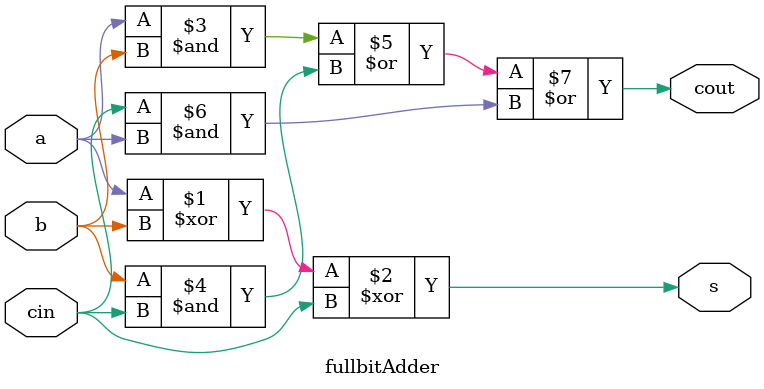
<source format=sv>
`timescale 1ns / 1ps

module fullbitAdder(
    input logic a, b, cin,
    output logic s, cout
    );
    
    assign s = a^b^cin;
    assign cout = a&b | b&cin | cin&a;
endmodule

</source>
